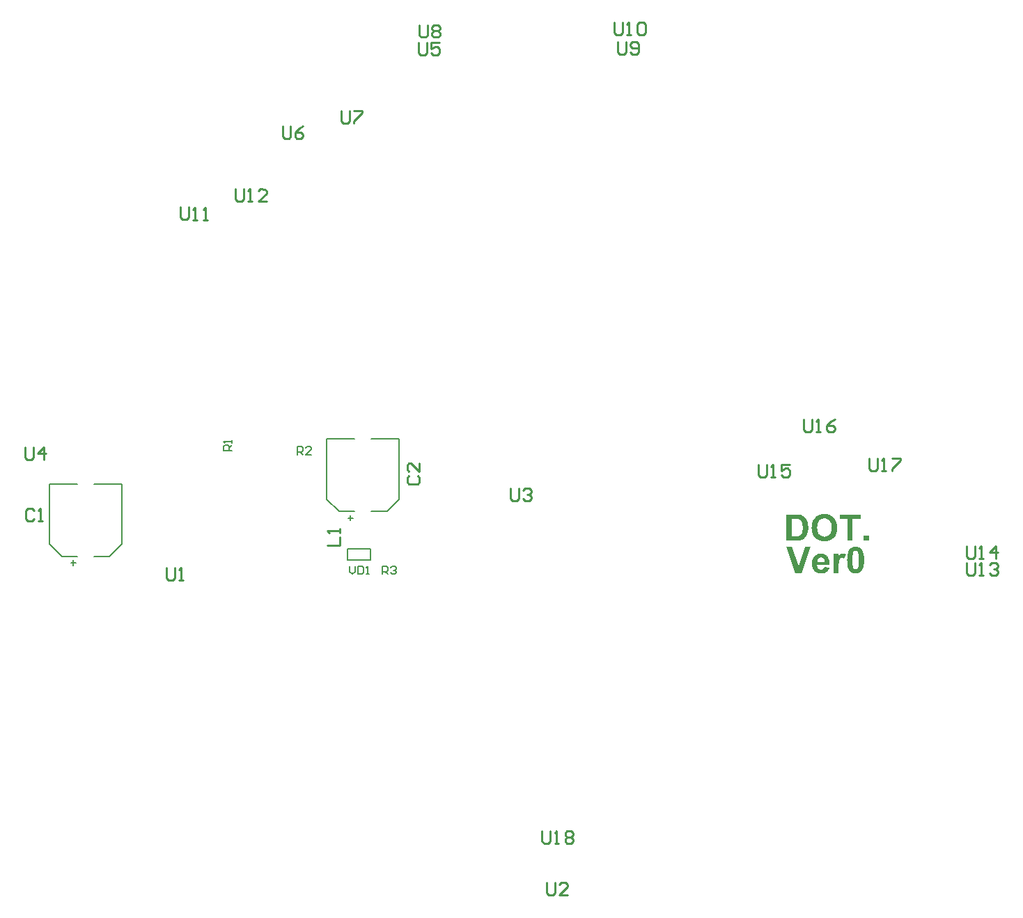
<source format=gto>
G04*
G04 #@! TF.GenerationSoftware,Altium Limited,Altium Designer,18.1.7 (191)*
G04*
G04 Layer_Color=65535*
%FSLAX42Y42*%
%MOMM*%
G71*
G01*
G75*
%ADD10C,0.20*%
%ADD11C,0.25*%
%ADD12C,0.18*%
G36*
X13263Y4698D02*
X13201D01*
Y4760D01*
X13263D01*
Y4698D01*
D02*
G37*
G36*
X13160Y4964D02*
X13066D01*
Y4698D01*
X13001D01*
Y4964D01*
X12906D01*
Y5018D01*
X13160D01*
Y4964D01*
D02*
G37*
G36*
X12389Y5018D02*
X12398Y5018D01*
X12408Y5017D01*
X12418Y5016D01*
X12428Y5014D01*
X12436Y5012D01*
X12437D01*
X12438Y5011D01*
X12439Y5011D01*
X12441Y5011D01*
X12446Y5008D01*
X12453Y5005D01*
X12460Y5001D01*
X12469Y4996D01*
X12477Y4990D01*
X12484Y4982D01*
X12485D01*
X12485Y4981D01*
X12488Y4979D01*
X12491Y4974D01*
X12496Y4968D01*
X12501Y4961D01*
X12506Y4952D01*
X12511Y4942D01*
X12515Y4931D01*
Y4930D01*
X12515Y4929D01*
X12516Y4927D01*
X12517Y4925D01*
X12517Y4922D01*
X12518Y4918D01*
X12519Y4914D01*
X12521Y4910D01*
X12521Y4905D01*
X12522Y4899D01*
X12523Y4893D01*
X12524Y4886D01*
X12525Y4871D01*
X12526Y4855D01*
Y4855D01*
Y4853D01*
Y4851D01*
Y4849D01*
X12525Y4845D01*
Y4841D01*
X12525Y4837D01*
X12524Y4831D01*
X12523Y4821D01*
X12521Y4810D01*
X12519Y4798D01*
X12515Y4787D01*
Y4787D01*
X12515Y4786D01*
X12514Y4784D01*
X12513Y4781D01*
X12512Y4778D01*
X12510Y4775D01*
X12507Y4767D01*
X12502Y4758D01*
X12496Y4748D01*
X12489Y4739D01*
X12481Y4730D01*
X12480Y4729D01*
X12478Y4727D01*
X12474Y4725D01*
X12469Y4721D01*
X12463Y4717D01*
X12455Y4713D01*
X12446Y4708D01*
X12436Y4705D01*
X12435D01*
X12435Y4704D01*
X12434D01*
X12432Y4704D01*
X12427Y4703D01*
X12421Y4701D01*
X12413Y4700D01*
X12403Y4699D01*
X12391Y4699D01*
X12379Y4698D01*
X12258D01*
Y5018D01*
X12385D01*
X12389Y5018D01*
D02*
G37*
G36*
X12729Y5024D02*
X12733D01*
X12739Y5023D01*
X12746Y5022D01*
X12754Y5021D01*
X12763Y5019D01*
X12771Y5017D01*
X12781Y5014D01*
X12790Y5010D01*
X12800Y5006D01*
X12809Y5001D01*
X12818Y4995D01*
X12827Y4988D01*
X12835Y4980D01*
X12836Y4980D01*
X12837Y4978D01*
X12839Y4975D01*
X12842Y4972D01*
X12845Y4968D01*
X12849Y4962D01*
X12852Y4955D01*
X12857Y4948D01*
X12861Y4940D01*
X12864Y4931D01*
X12868Y4921D01*
X12871Y4910D01*
X12874Y4898D01*
X12876Y4886D01*
X12877Y4872D01*
X12878Y4858D01*
Y4857D01*
Y4855D01*
X12877Y4850D01*
Y4845D01*
X12876Y4838D01*
X12875Y4831D01*
X12874Y4822D01*
X12873Y4813D01*
X12870Y4804D01*
X12868Y4794D01*
X12864Y4783D01*
X12860Y4773D01*
X12855Y4763D01*
X12849Y4754D01*
X12843Y4744D01*
X12835Y4736D01*
X12835Y4735D01*
X12833Y4734D01*
X12831Y4732D01*
X12827Y4729D01*
X12823Y4725D01*
X12818Y4722D01*
X12812Y4718D01*
X12806Y4714D01*
X12798Y4710D01*
X12789Y4706D01*
X12780Y4702D01*
X12770Y4699D01*
X12759Y4696D01*
X12748Y4694D01*
X12736Y4693D01*
X12723Y4692D01*
X12720D01*
X12716Y4693D01*
X12711Y4693D01*
X12705Y4694D01*
X12698Y4694D01*
X12690Y4696D01*
X12682Y4698D01*
X12673Y4700D01*
X12664Y4703D01*
X12654Y4707D01*
X12645Y4711D01*
X12635Y4715D01*
X12627Y4721D01*
X12618Y4728D01*
X12609Y4736D01*
X12609Y4736D01*
X12608Y4738D01*
X12606Y4740D01*
X12603Y4744D01*
X12600Y4748D01*
X12596Y4754D01*
X12592Y4760D01*
X12589Y4767D01*
X12584Y4775D01*
X12581Y4784D01*
X12577Y4794D01*
X12574Y4805D01*
X12571Y4816D01*
X12569Y4829D01*
X12568Y4842D01*
X12567Y4856D01*
Y4856D01*
Y4858D01*
Y4861D01*
X12568Y4864D01*
Y4868D01*
X12568Y4873D01*
X12569Y4879D01*
X12569Y4885D01*
X12571Y4898D01*
X12573Y4912D01*
X12577Y4925D01*
X12582Y4938D01*
Y4939D01*
X12582Y4939D01*
X12583Y4941D01*
X12583Y4943D01*
X12586Y4947D01*
X12589Y4953D01*
X12594Y4960D01*
X12599Y4967D01*
X12605Y4975D01*
X12611Y4982D01*
X12612Y4983D01*
X12612Y4983D01*
X12614Y4986D01*
X12619Y4989D01*
X12624Y4993D01*
X12630Y4998D01*
X12637Y5003D01*
X12645Y5008D01*
X12653Y5011D01*
X12653D01*
X12654Y5012D01*
X12656Y5013D01*
X12658Y5013D01*
X12661Y5015D01*
X12664Y5016D01*
X12669Y5017D01*
X12673Y5018D01*
X12683Y5020D01*
X12695Y5023D01*
X12708Y5024D01*
X12722Y5024D01*
X12725D01*
X12729Y5024D01*
D02*
G37*
G36*
X12952Y4543D02*
X12957Y4542D01*
X12963Y4541D01*
X12970Y4538D01*
X12977Y4536D01*
X12985Y4531D01*
X12965Y4478D01*
X12965Y4479D01*
X12962Y4480D01*
X12960Y4481D01*
X12956Y4483D01*
X12951Y4485D01*
X12947Y4487D01*
X12942Y4488D01*
X12937Y4488D01*
X12935D01*
X12932Y4488D01*
X12929Y4487D01*
X12926Y4487D01*
X12922Y4485D01*
X12919Y4483D01*
X12915Y4481D01*
X12914Y4480D01*
X12913Y4480D01*
X12912Y4478D01*
X12910Y4475D01*
X12907Y4472D01*
X12905Y4467D01*
X12903Y4462D01*
X12901Y4455D01*
Y4454D01*
X12900Y4453D01*
X12900Y4451D01*
Y4449D01*
X12900Y4446D01*
X12899Y4443D01*
X12899Y4438D01*
X12898Y4434D01*
X12898Y4428D01*
X12897Y4422D01*
Y4414D01*
X12897Y4406D01*
X12896Y4398D01*
Y4388D01*
Y4377D01*
Y4306D01*
X12835D01*
Y4538D01*
X12892D01*
Y4505D01*
X12892Y4506D01*
X12894Y4509D01*
X12897Y4513D01*
X12900Y4518D01*
X12904Y4523D01*
X12909Y4528D01*
X12913Y4533D01*
X12918Y4536D01*
X12918Y4536D01*
X12919Y4537D01*
X12922Y4538D01*
X12925Y4540D01*
X12929Y4541D01*
X12934Y4543D01*
X12938Y4543D01*
X12944Y4543D01*
X12948D01*
X12952Y4543D01*
D02*
G37*
G36*
X12442Y4306D02*
X12372D01*
X12258Y4626D01*
X12328D01*
X12409Y4389D01*
X12487Y4626D01*
X12556D01*
X12442Y4306D01*
D02*
G37*
G36*
X12685Y4543D02*
X12689Y4543D01*
X12695Y4542D01*
X12700Y4541D01*
X12706Y4539D01*
X12713Y4537D01*
X12719Y4535D01*
X12726Y4532D01*
X12733Y4529D01*
X12739Y4525D01*
X12746Y4520D01*
X12752Y4515D01*
X12758Y4509D01*
X12758Y4508D01*
X12759Y4507D01*
X12761Y4505D01*
X12763Y4502D01*
X12765Y4499D01*
X12767Y4494D01*
X12770Y4489D01*
X12773Y4483D01*
X12776Y4476D01*
X12778Y4468D01*
X12781Y4460D01*
X12783Y4450D01*
X12785Y4440D01*
X12786Y4429D01*
X12787Y4417D01*
Y4404D01*
X12633D01*
Y4404D01*
Y4403D01*
Y4401D01*
X12634Y4399D01*
X12634Y4395D01*
X12635Y4388D01*
X12637Y4382D01*
X12640Y4375D01*
X12643Y4368D01*
X12648Y4362D01*
X12648Y4361D01*
X12651Y4359D01*
X12653Y4357D01*
X12658Y4354D01*
X12663Y4351D01*
X12669Y4349D01*
X12676Y4347D01*
X12683Y4347D01*
X12686D01*
X12689Y4347D01*
X12692Y4348D01*
X12695Y4349D01*
X12700Y4350D01*
X12704Y4352D01*
X12707Y4355D01*
X12708Y4355D01*
X12709Y4356D01*
X12711Y4358D01*
X12713Y4361D01*
X12716Y4364D01*
X12718Y4368D01*
X12720Y4374D01*
X12723Y4380D01*
X12784Y4370D01*
Y4369D01*
X12783Y4368D01*
X12782Y4367D01*
X12782Y4364D01*
X12780Y4362D01*
X12779Y4358D01*
X12775Y4351D01*
X12770Y4343D01*
X12763Y4334D01*
X12755Y4326D01*
X12746Y4319D01*
X12746D01*
X12745Y4318D01*
X12744Y4317D01*
X12742Y4316D01*
X12739Y4314D01*
X12736Y4313D01*
X12733Y4312D01*
X12729Y4310D01*
X12720Y4306D01*
X12709Y4304D01*
X12696Y4302D01*
X12683Y4301D01*
X12680D01*
X12677Y4301D01*
X12673D01*
X12668Y4302D01*
X12662Y4303D01*
X12656Y4304D01*
X12649Y4306D01*
X12642Y4308D01*
X12634Y4311D01*
X12627Y4314D01*
X12620Y4318D01*
X12612Y4322D01*
X12605Y4327D01*
X12599Y4333D01*
X12593Y4340D01*
X12593Y4341D01*
X12592Y4342D01*
X12591Y4344D01*
X12589Y4346D01*
X12588Y4349D01*
X12586Y4353D01*
X12584Y4357D01*
X12582Y4362D01*
X12580Y4368D01*
X12578Y4374D01*
X12576Y4380D01*
X12574Y4387D01*
X12573Y4395D01*
X12571Y4403D01*
X12571Y4412D01*
X12571Y4420D01*
Y4421D01*
Y4423D01*
Y4426D01*
X12571Y4430D01*
X12571Y4435D01*
X12572Y4440D01*
X12573Y4446D01*
X12574Y4453D01*
X12578Y4468D01*
X12580Y4475D01*
X12583Y4483D01*
X12587Y4490D01*
X12591Y4497D01*
X12595Y4504D01*
X12601Y4511D01*
X12601Y4511D01*
X12602Y4512D01*
X12604Y4514D01*
X12606Y4516D01*
X12609Y4518D01*
X12613Y4521D01*
X12617Y4524D01*
X12621Y4527D01*
X12627Y4530D01*
X12633Y4533D01*
X12639Y4536D01*
X12645Y4538D01*
X12652Y4540D01*
X12660Y4542D01*
X12668Y4543D01*
X12676Y4543D01*
X12682D01*
X12685Y4543D01*
D02*
G37*
G36*
X13110Y4628D02*
X13113Y4627D01*
X13118Y4626D01*
X13123Y4625D01*
X13128Y4624D01*
X13134Y4622D01*
X13140Y4620D01*
X13146Y4617D01*
X13152Y4614D01*
X13158Y4610D01*
X13164Y4606D01*
X13169Y4601D01*
X13174Y4595D01*
X13175Y4594D01*
X13176Y4593D01*
X13177Y4591D01*
X13180Y4587D01*
X13182Y4583D01*
X13185Y4577D01*
X13187Y4571D01*
X13190Y4563D01*
X13193Y4555D01*
X13196Y4545D01*
X13199Y4535D01*
X13201Y4523D01*
X13203Y4510D01*
X13205Y4496D01*
X13205Y4480D01*
X13206Y4464D01*
Y4463D01*
Y4463D01*
Y4462D01*
Y4460D01*
Y4455D01*
X13205Y4449D01*
X13205Y4442D01*
X13204Y4433D01*
X13203Y4424D01*
X13202Y4413D01*
X13200Y4403D01*
X13198Y4392D01*
X13196Y4381D01*
X13192Y4370D01*
X13189Y4360D01*
X13185Y4350D01*
X13180Y4341D01*
X13174Y4333D01*
X13174Y4332D01*
X13173Y4331D01*
X13172Y4330D01*
X13170Y4328D01*
X13167Y4325D01*
X13164Y4323D01*
X13160Y4319D01*
X13155Y4317D01*
X13150Y4313D01*
X13145Y4310D01*
X13139Y4307D01*
X13133Y4305D01*
X13126Y4303D01*
X13118Y4301D01*
X13110Y4300D01*
X13102Y4300D01*
X13100D01*
X13097Y4300D01*
X13094D01*
X13090Y4301D01*
X13086Y4302D01*
X13080Y4303D01*
X13075Y4305D01*
X13069Y4306D01*
X13063Y4309D01*
X13056Y4312D01*
X13050Y4315D01*
X13044Y4319D01*
X13038Y4324D01*
X13032Y4329D01*
X13026Y4336D01*
X13026Y4336D01*
X13025Y4337D01*
X13024Y4340D01*
X13022Y4343D01*
X13020Y4347D01*
X13018Y4352D01*
X13015Y4358D01*
X13012Y4365D01*
X13010Y4374D01*
X13007Y4383D01*
X13005Y4393D01*
X13003Y4405D01*
X13001Y4418D01*
X13000Y4432D01*
X12999Y4448D01*
X12998Y4464D01*
Y4465D01*
Y4465D01*
Y4467D01*
Y4468D01*
Y4473D01*
X12999Y4479D01*
X12999Y4487D01*
X13000Y4495D01*
X13001Y4505D01*
X13002Y4515D01*
X13004Y4525D01*
X13006Y4536D01*
X13008Y4547D01*
X13011Y4558D01*
X13015Y4568D01*
X13019Y4578D01*
X13024Y4587D01*
X13029Y4595D01*
X13030Y4595D01*
X13031Y4596D01*
X13032Y4598D01*
X13034Y4600D01*
X13037Y4603D01*
X13040Y4605D01*
X13044Y4608D01*
X13048Y4611D01*
X13053Y4615D01*
X13058Y4617D01*
X13064Y4620D01*
X13071Y4623D01*
X13078Y4625D01*
X13086Y4627D01*
X13093Y4628D01*
X13102Y4628D01*
X13106D01*
X13110Y4628D01*
D02*
G37*
%LPC*%
G36*
X12365Y4964D02*
X12322D01*
Y4752D01*
X12379D01*
X12385Y4753D01*
X12392D01*
X12398Y4754D01*
X12404Y4754D01*
X12409Y4755D01*
X12410D01*
X12412Y4756D01*
X12415Y4757D01*
X12419Y4758D01*
X12423Y4760D01*
X12427Y4763D01*
X12431Y4765D01*
X12435Y4769D01*
X12436Y4769D01*
X12437Y4770D01*
X12439Y4773D01*
X12441Y4776D01*
X12444Y4780D01*
X12447Y4785D01*
X12449Y4792D01*
X12452Y4799D01*
Y4800D01*
X12452Y4800D01*
Y4801D01*
X12453Y4803D01*
X12454Y4805D01*
X12454Y4808D01*
X12456Y4815D01*
X12457Y4823D01*
X12458Y4833D01*
X12459Y4845D01*
X12459Y4858D01*
Y4858D01*
Y4860D01*
Y4862D01*
Y4864D01*
Y4867D01*
X12459Y4871D01*
X12458Y4879D01*
X12457Y4888D01*
X12456Y4898D01*
X12454Y4906D01*
X12452Y4915D01*
Y4915D01*
X12452Y4916D01*
X12451Y4918D01*
X12449Y4922D01*
X12447Y4926D01*
X12445Y4931D01*
X12441Y4936D01*
X12438Y4941D01*
X12434Y4946D01*
X12433Y4946D01*
X12432Y4948D01*
X12429Y4949D01*
X12426Y4952D01*
X12421Y4955D01*
X12416Y4957D01*
X12410Y4959D01*
X12404Y4961D01*
X12403D01*
X12401Y4962D01*
X12397Y4962D01*
X12392Y4963D01*
X12389D01*
X12385Y4963D01*
X12381D01*
X12376Y4964D01*
X12371D01*
X12365Y4964D01*
D02*
G37*
G36*
X12723Y4969D02*
X12719D01*
X12716Y4969D01*
X12713Y4968D01*
X12709Y4968D01*
X12700Y4966D01*
X12689Y4962D01*
X12684Y4961D01*
X12678Y4958D01*
X12673Y4955D01*
X12668Y4951D01*
X12663Y4947D01*
X12658Y4942D01*
X12658Y4941D01*
X12657Y4940D01*
X12656Y4939D01*
X12654Y4937D01*
X12652Y4933D01*
X12651Y4930D01*
X12648Y4926D01*
X12646Y4921D01*
X12644Y4915D01*
X12641Y4909D01*
X12639Y4902D01*
X12638Y4895D01*
X12636Y4887D01*
X12635Y4878D01*
X12634Y4868D01*
X12634Y4858D01*
Y4858D01*
Y4856D01*
Y4853D01*
X12634Y4850D01*
X12635Y4845D01*
X12635Y4839D01*
X12636Y4834D01*
X12637Y4827D01*
X12640Y4814D01*
X12645Y4800D01*
X12647Y4794D01*
X12651Y4787D01*
X12655Y4781D01*
X12659Y4775D01*
X12659Y4775D01*
X12660Y4774D01*
X12662Y4773D01*
X12664Y4771D01*
X12666Y4769D01*
X12669Y4767D01*
X12672Y4764D01*
X12676Y4762D01*
X12685Y4756D01*
X12696Y4752D01*
X12702Y4750D01*
X12709Y4749D01*
X12716Y4748D01*
X12723Y4747D01*
X12726D01*
X12729Y4748D01*
X12732Y4748D01*
X12736Y4749D01*
X12745Y4751D01*
X12755Y4754D01*
X12760Y4756D01*
X12766Y4759D01*
X12771Y4762D01*
X12776Y4766D01*
X12782Y4770D01*
X12786Y4775D01*
X12787Y4775D01*
X12787Y4776D01*
X12788Y4778D01*
X12790Y4780D01*
X12792Y4783D01*
X12794Y4787D01*
X12796Y4791D01*
X12799Y4796D01*
X12801Y4802D01*
X12803Y4808D01*
X12806Y4815D01*
X12807Y4823D01*
X12809Y4831D01*
X12810Y4839D01*
X12811Y4849D01*
X12811Y4859D01*
Y4860D01*
Y4862D01*
Y4864D01*
X12811Y4868D01*
X12810Y4873D01*
X12810Y4878D01*
X12809Y4884D01*
X12808Y4890D01*
X12805Y4904D01*
X12801Y4918D01*
X12798Y4924D01*
X12795Y4931D01*
X12791Y4937D01*
X12787Y4942D01*
X12786Y4943D01*
X12786Y4943D01*
X12784Y4944D01*
X12782Y4946D01*
X12780Y4949D01*
X12777Y4951D01*
X12774Y4953D01*
X12770Y4956D01*
X12765Y4958D01*
X12760Y4961D01*
X12750Y4965D01*
X12744Y4967D01*
X12737Y4968D01*
X12730Y4969D01*
X12723Y4969D01*
D02*
G37*
G36*
X12680Y4496D02*
X12677D01*
X12673Y4495D01*
X12669Y4494D01*
X12664Y4493D01*
X12658Y4490D01*
X12652Y4487D01*
X12647Y4481D01*
X12647Y4481D01*
X12645Y4479D01*
X12643Y4475D01*
X12641Y4471D01*
X12638Y4465D01*
X12636Y4458D01*
X12635Y4450D01*
X12634Y4442D01*
X12726D01*
Y4442D01*
Y4443D01*
Y4444D01*
X12726Y4446D01*
X12725Y4451D01*
X12724Y4456D01*
X12722Y4463D01*
X12720Y4470D01*
X12716Y4476D01*
X12712Y4482D01*
X12712Y4482D01*
X12710Y4484D01*
X12707Y4487D01*
X12703Y4489D01*
X12699Y4492D01*
X12693Y4494D01*
X12687Y4496D01*
X12680Y4496D01*
D02*
G37*
G36*
X13102Y4577D02*
X13100D01*
X13098Y4577D01*
X13095Y4576D01*
X13092Y4575D01*
X13089Y4574D01*
X13085Y4572D01*
X13082Y4570D01*
X13081Y4569D01*
X13080Y4568D01*
X13079Y4567D01*
X13077Y4564D01*
X13075Y4561D01*
X13073Y4556D01*
X13071Y4551D01*
X13069Y4544D01*
Y4544D01*
X13068Y4543D01*
Y4542D01*
X13068Y4540D01*
X13068Y4537D01*
X13067Y4534D01*
X13067Y4530D01*
X13066Y4525D01*
X13065Y4520D01*
X13065Y4514D01*
X13064Y4507D01*
X13064Y4500D01*
X13063Y4492D01*
Y4484D01*
X13063Y4474D01*
Y4464D01*
Y4463D01*
Y4462D01*
Y4458D01*
Y4455D01*
Y4450D01*
X13063Y4445D01*
Y4439D01*
X13064Y4433D01*
X13064Y4420D01*
X13065Y4407D01*
X13066Y4401D01*
X13067Y4395D01*
X13068Y4390D01*
X13068Y4386D01*
X13069Y4385D01*
X13069Y4382D01*
X13071Y4379D01*
X13072Y4375D01*
X13074Y4370D01*
X13077Y4365D01*
X13080Y4361D01*
X13082Y4358D01*
X13083Y4357D01*
X13084Y4357D01*
X13086Y4356D01*
X13088Y4355D01*
X13091Y4353D01*
X13094Y4352D01*
X13098Y4351D01*
X13102Y4351D01*
X13104D01*
X13106Y4351D01*
X13108Y4352D01*
X13112Y4353D01*
X13115Y4354D01*
X13118Y4356D01*
X13121Y4358D01*
X13122Y4358D01*
X13123Y4359D01*
X13124Y4361D01*
X13126Y4364D01*
X13128Y4367D01*
X13130Y4372D01*
X13133Y4377D01*
X13135Y4383D01*
Y4384D01*
X13135Y4384D01*
Y4386D01*
X13136Y4388D01*
X13136Y4391D01*
X13136Y4394D01*
X13137Y4398D01*
X13138Y4402D01*
X13138Y4407D01*
X13139Y4413D01*
X13140Y4420D01*
X13140Y4427D01*
X13141Y4435D01*
Y4444D01*
X13141Y4454D01*
Y4464D01*
Y4464D01*
Y4466D01*
Y4469D01*
Y4473D01*
Y4478D01*
X13141Y4483D01*
Y4489D01*
X13140Y4495D01*
X13140Y4508D01*
X13139Y4520D01*
X13138Y4526D01*
X13137Y4532D01*
X13136Y4537D01*
X13135Y4542D01*
Y4542D01*
X13135Y4543D01*
X13134Y4545D01*
X13133Y4549D01*
X13131Y4553D01*
X13129Y4558D01*
X13127Y4562D01*
X13124Y4567D01*
X13121Y4570D01*
X13121Y4570D01*
X13120Y4571D01*
X13118Y4572D01*
X13116Y4574D01*
X13113Y4575D01*
X13110Y4576D01*
X13106Y4577D01*
X13102Y4577D01*
D02*
G37*
%LPD*%
D10*
X7553Y5203D02*
Y5933D01*
X7212Y5053D02*
X7403D01*
X7553Y5203D01*
X7212Y5933D02*
X7553D01*
X6672D02*
X7012D01*
X6672Y5203D02*
X6822Y5053D01*
X7012D01*
X6672Y5203D02*
Y5933D01*
X6962Y4942D02*
Y5003D01*
X6932Y4972D02*
X6993D01*
X6921Y4460D02*
X7201D01*
X6921Y4600D02*
X7201D01*
Y4460D02*
Y4600D01*
X6921Y4460D02*
Y4600D01*
X4180Y4660D02*
Y5390D01*
X3840Y4510D02*
X4030D01*
X4180Y4660D01*
X3840Y5390D02*
X4180D01*
X3300D02*
X3640D01*
X3300Y4660D02*
X3450Y4510D01*
X3640D01*
X3300Y4660D02*
Y5390D01*
X3590Y4400D02*
Y4460D01*
X3560Y4430D02*
X3620D01*
D11*
X9290Y1167D02*
Y1040D01*
X9316Y1015D01*
X9366D01*
X9392Y1040D01*
Y1167D01*
X9443Y1015D02*
X9493D01*
X9468D01*
Y1167D01*
X9443Y1142D01*
X9570D02*
X9595Y1167D01*
X9646D01*
X9671Y1142D01*
Y1117D01*
X9646Y1091D01*
X9671Y1066D01*
Y1040D01*
X9646Y1015D01*
X9595D01*
X9570Y1040D01*
Y1066D01*
X9595Y1091D01*
X9570Y1117D01*
Y1142D01*
X9595Y1091D02*
X9646D01*
X9345Y542D02*
Y415D01*
X9370Y390D01*
X9421D01*
X9447Y415D01*
Y542D01*
X9599Y390D02*
X9497D01*
X9599Y492D01*
Y517D01*
X9574Y542D01*
X9523D01*
X9497Y517D01*
X6847Y9925D02*
Y9798D01*
X6873Y9772D01*
X6924D01*
X6949Y9798D01*
Y9925D01*
X7000D02*
X7101D01*
Y9899D01*
X7000Y9798D01*
Y9772D01*
X5560Y8975D02*
X5559Y8848D01*
X5585Y8823D01*
X5635Y8822D01*
X5661Y8847D01*
X5662Y8974D01*
X5711Y8822D02*
X5762Y8821D01*
X5737Y8821D01*
X5738Y8974D01*
X5713Y8949D01*
X5940Y8820D02*
X5838Y8820D01*
X5941Y8921D01*
X5941Y8947D01*
X5916Y8972D01*
X5865Y8973D01*
X5840Y8947D01*
X4890Y8753D02*
X4889Y8626D01*
X4914Y8600D01*
X4965Y8600D01*
X4990Y8625D01*
X4991Y8752D01*
X5041Y8599D02*
X5092Y8599D01*
X5066Y8599D01*
X5068Y8751D01*
X5042Y8726D01*
X5168Y8598D02*
X5219Y8597D01*
X5193Y8598D01*
X5195Y8750D01*
X5169Y8725D01*
X6133Y9736D02*
Y9609D01*
X6158Y9584D01*
X6209D01*
X6234Y9609D01*
Y9736D01*
X6386D02*
X6336Y9711D01*
X6285Y9660D01*
Y9609D01*
X6310Y9584D01*
X6361D01*
X6386Y9609D01*
Y9635D01*
X6361Y9660D01*
X6285D01*
X10207Y10760D02*
Y10633D01*
X10233Y10607D01*
X10284D01*
X10309Y10633D01*
Y10760D01*
X10360Y10633D02*
X10385Y10607D01*
X10436D01*
X10461Y10633D01*
Y10734D01*
X10436Y10760D01*
X10385D01*
X10360Y10734D01*
Y10709D01*
X10385Y10684D01*
X10461D01*
X7785Y10757D02*
Y10630D01*
X7810Y10605D01*
X7861D01*
X7887Y10630D01*
Y10757D01*
X8039D02*
X7937D01*
Y10681D01*
X7988Y10707D01*
X8014D01*
X8039Y10681D01*
Y10630D01*
X8014Y10605D01*
X7963D01*
X7937Y10630D01*
X13264Y5702D02*
Y5575D01*
X13289Y5550D01*
X13340D01*
X13365Y5575D01*
Y5702D01*
X13416Y5550D02*
X13467D01*
X13442D01*
Y5702D01*
X13416Y5677D01*
X13543Y5702D02*
X13645D01*
Y5677D01*
X13543Y5575D01*
Y5550D01*
X12468Y6177D02*
Y6050D01*
X12493Y6025D01*
X12544D01*
X12569Y6050D01*
Y6177D01*
X12620Y6025D02*
X12671D01*
X12645D01*
Y6177D01*
X12620Y6152D01*
X12848Y6177D02*
X12798Y6152D01*
X12747Y6101D01*
Y6050D01*
X12772Y6025D01*
X12823D01*
X12848Y6050D01*
Y6075D01*
X12823Y6101D01*
X12747D01*
X11918Y5627D02*
Y5500D01*
X11943Y5475D01*
X11994D01*
X12019Y5500D01*
Y5627D01*
X12070Y5475D02*
X12121D01*
X12095D01*
Y5627D01*
X12070Y5602D01*
X12298Y5627D02*
X12197D01*
Y5551D01*
X12248Y5577D01*
X12273D01*
X12298Y5551D01*
Y5500D01*
X12273Y5475D01*
X12222D01*
X12197Y5500D01*
X14453Y4635D02*
Y4508D01*
X14478Y4483D01*
X14529D01*
X14554Y4508D01*
Y4635D01*
X14605Y4483D02*
X14656D01*
X14630D01*
Y4635D01*
X14605Y4610D01*
X14808Y4483D02*
Y4635D01*
X14732Y4559D01*
X14833D01*
X14453Y4432D02*
Y4305D01*
X14478Y4280D01*
X14529D01*
X14554Y4305D01*
Y4432D01*
X14605Y4280D02*
X14656D01*
X14630D01*
Y4432D01*
X14605Y4407D01*
X14732D02*
X14757Y4432D01*
X14808D01*
X14833Y4407D01*
Y4381D01*
X14808Y4356D01*
X14783D01*
X14808D01*
X14833Y4331D01*
Y4305D01*
X14808Y4280D01*
X14757D01*
X14732Y4305D01*
X10170Y10996D02*
Y10869D01*
X10196Y10844D01*
X10247D01*
X10272Y10869D01*
Y10996D01*
X10323Y10844D02*
X10374D01*
X10348D01*
Y10996D01*
X10323Y10971D01*
X10450D02*
X10475Y10996D01*
X10526D01*
X10551Y10971D01*
Y10869D01*
X10526Y10844D01*
X10475D01*
X10450Y10869D01*
Y10971D01*
X7799Y10970D02*
Y10843D01*
X7824Y10818D01*
X7875D01*
X7901Y10843D01*
Y10970D01*
X7951Y10944D02*
X7977Y10970D01*
X8028D01*
X8053Y10944D01*
Y10919D01*
X8028Y10894D01*
X8053Y10868D01*
Y10843D01*
X8028Y10818D01*
X7977D01*
X7951Y10843D01*
Y10868D01*
X7977Y10894D01*
X7951Y10919D01*
Y10944D01*
X7977Y10894D02*
X8028D01*
X3008Y5832D02*
Y5705D01*
X3033Y5680D01*
X3084D01*
X3109Y5705D01*
Y5832D01*
X3236Y5680D02*
Y5832D01*
X3160Y5756D01*
X3261D01*
X8905Y5338D02*
Y5212D01*
X8931Y5186D01*
X8981D01*
X9007Y5212D01*
Y5338D01*
X9058Y5313D02*
X9083Y5338D01*
X9134D01*
X9159Y5313D01*
Y5288D01*
X9134Y5262D01*
X9108D01*
X9134D01*
X9159Y5237D01*
Y5212D01*
X9134Y5186D01*
X9083D01*
X9058Y5212D01*
X4720Y4372D02*
Y4245D01*
X4745Y4220D01*
X4796D01*
X4822Y4245D01*
Y4372D01*
X4872Y4220D02*
X4923D01*
X4898D01*
Y4372D01*
X4872Y4347D01*
X6678Y4640D02*
X6830D01*
Y4742D01*
Y4792D02*
Y4843D01*
Y4818D01*
X6678D01*
X6703Y4792D01*
X7673Y5488D02*
X7648Y5463D01*
Y5412D01*
X7673Y5387D01*
X7775D01*
X7800Y5412D01*
Y5463D01*
X7775Y5488D01*
X7800Y5641D02*
Y5539D01*
X7698Y5641D01*
X7673D01*
X7648Y5615D01*
Y5565D01*
X7673Y5539D01*
X3112Y5063D02*
X3086Y5089D01*
X3035D01*
X3010Y5063D01*
Y4962D01*
X3035Y4936D01*
X3086D01*
X3112Y4962D01*
X3162Y4936D02*
X3213D01*
X3188D01*
Y5089D01*
X3162Y5063D01*
D12*
X7351Y4290D02*
Y4390D01*
X7401D01*
X7417Y4373D01*
Y4340D01*
X7401Y4323D01*
X7351D01*
X7384D02*
X7417Y4290D01*
X7451Y4373D02*
X7467Y4390D01*
X7501D01*
X7517Y4373D01*
Y4357D01*
X7501Y4340D01*
X7484D01*
X7501D01*
X7517Y4323D01*
Y4307D01*
X7501Y4290D01*
X7467D01*
X7451Y4307D01*
X6950Y4390D02*
Y4323D01*
X6983Y4290D01*
X7017Y4323D01*
Y4390D01*
X7050D02*
Y4290D01*
X7100D01*
X7117Y4307D01*
Y4373D01*
X7100Y4390D01*
X7050D01*
X7150Y4290D02*
X7183D01*
X7167D01*
Y4390D01*
X7150Y4373D01*
X6315Y5740D02*
Y5840D01*
X6365D01*
X6382Y5823D01*
Y5790D01*
X6365Y5773D01*
X6315D01*
X6348D02*
X6382Y5740D01*
X6482D02*
X6415D01*
X6482Y5807D01*
Y5823D01*
X6465Y5840D01*
X6432D01*
X6415Y5823D01*
X5517Y5790D02*
X5418D01*
Y5840D01*
X5434Y5857D01*
X5468D01*
X5484Y5840D01*
Y5790D01*
Y5823D02*
X5517Y5857D01*
Y5890D02*
Y5923D01*
Y5907D01*
X5418D01*
X5434Y5890D01*
M02*

</source>
